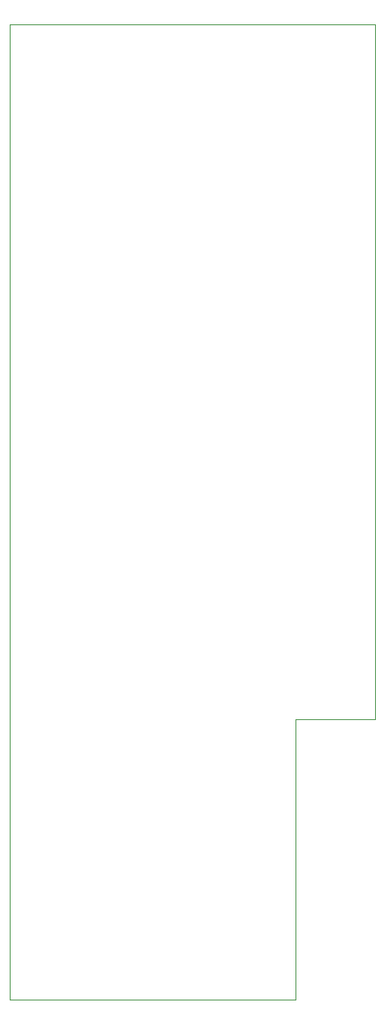
<source format=gbr>
G04 #@! TF.GenerationSoftware,KiCad,Pcbnew,(5.1.10)-1*
G04 #@! TF.CreationDate,2021-09-02T21:11:49+02:00*
G04 #@! TF.ProjectId,Buffered Multiple Main,42756666-6572-4656-9420-4d756c746970,rev?*
G04 #@! TF.SameCoordinates,Original*
G04 #@! TF.FileFunction,Other,Fab,Bot*
%FSLAX46Y46*%
G04 Gerber Fmt 4.6, Leading zero omitted, Abs format (unit mm)*
G04 Created by KiCad (PCBNEW (5.1.10)-1) date 2021-09-02 21:11:49*
%MOMM*%
%LPD*%
G01*
G04 APERTURE LIST*
G04 #@! TA.AperFunction,Profile*
%ADD10C,0.050000*%
G04 #@! TD*
G04 APERTURE END LIST*
D10*
X29845000Y-72390000D02*
X29845000Y-101600000D01*
X38100000Y-72390000D02*
X29845000Y-72390000D01*
X0Y-101600000D02*
X0Y0D01*
X29845000Y-101600000D02*
X0Y-101600000D01*
X38100000Y0D02*
X38100000Y-72390000D01*
X0Y0D02*
X38100000Y0D01*
M02*

</source>
